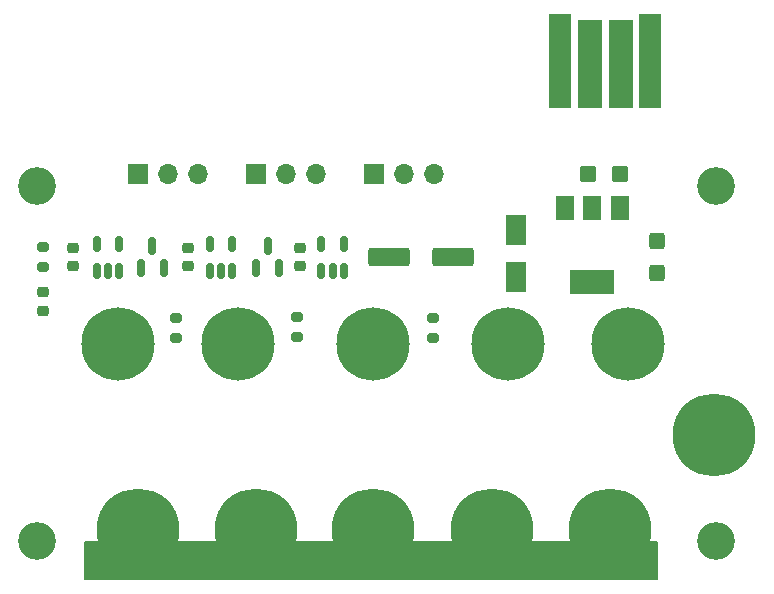
<source format=gts>
G04 #@! TF.GenerationSoftware,KiCad,Pcbnew,(6.0.5)*
G04 #@! TF.CreationDate,2022-06-23T18:32:15+02:00*
G04 #@! TF.ProjectId,microjuice,6d696372-6f6a-4756-9963-652e6b696361,rev?*
G04 #@! TF.SameCoordinates,Original*
G04 #@! TF.FileFunction,Soldermask,Top*
G04 #@! TF.FilePolarity,Negative*
%FSLAX46Y46*%
G04 Gerber Fmt 4.6, Leading zero omitted, Abs format (unit mm)*
G04 Created by KiCad (PCBNEW (6.0.5)) date 2022-06-23 18:32:15*
%MOMM*%
%LPD*%
G01*
G04 APERTURE LIST*
G04 Aperture macros list*
%AMRoundRect*
0 Rectangle with rounded corners*
0 $1 Rounding radius*
0 $2 $3 $4 $5 $6 $7 $8 $9 X,Y pos of 4 corners*
0 Add a 4 corners polygon primitive as box body*
4,1,4,$2,$3,$4,$5,$6,$7,$8,$9,$2,$3,0*
0 Add four circle primitives for the rounded corners*
1,1,$1+$1,$2,$3*
1,1,$1+$1,$4,$5*
1,1,$1+$1,$6,$7*
1,1,$1+$1,$8,$9*
0 Add four rect primitives between the rounded corners*
20,1,$1+$1,$2,$3,$4,$5,0*
20,1,$1+$1,$4,$5,$6,$7,0*
20,1,$1+$1,$6,$7,$8,$9,0*
20,1,$1+$1,$8,$9,$2,$3,0*%
G04 Aperture macros list end*
%ADD10C,0.150000*%
%ADD11RoundRect,0.200000X0.275000X-0.200000X0.275000X0.200000X-0.275000X0.200000X-0.275000X-0.200000X0*%
%ADD12RoundRect,0.150000X0.150000X-0.587500X0.150000X0.587500X-0.150000X0.587500X-0.150000X-0.587500X0*%
%ADD13C,7.000000*%
%ADD14RoundRect,0.150000X0.150000X-0.512500X0.150000X0.512500X-0.150000X0.512500X-0.150000X-0.512500X0*%
%ADD15RoundRect,0.250000X1.500000X0.550000X-1.500000X0.550000X-1.500000X-0.550000X1.500000X-0.550000X0*%
%ADD16R,1.800000X2.500000*%
%ADD17C,3.200000*%
%ADD18C,6.200000*%
%ADD19RoundRect,0.225000X0.250000X-0.225000X0.250000X0.225000X-0.250000X0.225000X-0.250000X-0.225000X0*%
%ADD20R,1.700000X1.700000*%
%ADD21O,1.700000X1.700000*%
%ADD22RoundRect,0.250000X0.425000X-0.450000X0.425000X0.450000X-0.425000X0.450000X-0.425000X-0.450000X0*%
%ADD23RoundRect,0.250000X-0.450000X-0.425000X0.450000X-0.425000X0.450000X0.425000X-0.450000X0.425000X0*%
%ADD24R,1.500000X2.000000*%
%ADD25R,3.800000X2.000000*%
%ADD26R,1.900000X8.000000*%
%ADD27R,2.000000X7.500000*%
%ADD28RoundRect,0.200000X-0.275000X0.200000X-0.275000X-0.200000X0.275000X-0.200000X0.275000X0.200000X0*%
%ADD29RoundRect,0.218750X0.256250X-0.218750X0.256250X0.218750X-0.256250X0.218750X-0.256250X-0.218750X0*%
G04 APERTURE END LIST*
D10*
X97500000Y-133650000D02*
X146000000Y-133650000D01*
X146000000Y-133650000D02*
X146000000Y-136750000D01*
X146000000Y-136750000D02*
X97500000Y-136750000D01*
X97500000Y-136750000D02*
X97500000Y-133650000D01*
G36*
X97500000Y-133650000D02*
G01*
X146000000Y-133650000D01*
X146000000Y-136750000D01*
X97500000Y-136750000D01*
X97500000Y-133650000D01*
G37*
D11*
G04 #@! TO.C,R2*
X115500000Y-116250000D03*
X115500000Y-114600000D03*
G04 #@! TD*
D12*
G04 #@! TO.C,D3*
X112050000Y-110437500D03*
X113950000Y-110437500D03*
X113000000Y-108562500D03*
G04 #@! TD*
D13*
G04 #@! TO.C,H6*
X150800000Y-124600000D03*
G04 #@! TD*
D14*
G04 #@! TO.C,U4*
X117550000Y-110637500D03*
X118500000Y-110637500D03*
X119450000Y-110637500D03*
X119450000Y-108362500D03*
X117550000Y-108362500D03*
G04 #@! TD*
D13*
G04 #@! TO.C,H10*
X132000000Y-132588000D03*
G04 #@! TD*
D15*
G04 #@! TO.C,C1*
X128700000Y-109500000D03*
X123300000Y-109500000D03*
G04 #@! TD*
D12*
G04 #@! TO.C,D2*
X102300000Y-110437500D03*
X104200000Y-110437500D03*
X103250000Y-108562500D03*
G04 #@! TD*
D16*
G04 #@! TO.C,D1*
X134000000Y-111200000D03*
X134000000Y-107200000D03*
G04 #@! TD*
D17*
G04 #@! TO.C,H12*
X151000000Y-133500000D03*
G04 #@! TD*
D18*
G04 #@! TO.C,H9*
X121920000Y-116840000D03*
G04 #@! TD*
D19*
G04 #@! TO.C,C4*
X96500000Y-110275000D03*
X96500000Y-108725000D03*
G04 #@! TD*
D17*
G04 #@! TO.C,H15*
X93500000Y-133500000D03*
G04 #@! TD*
D19*
G04 #@! TO.C,C5*
X115750000Y-110275000D03*
X115750000Y-108725000D03*
G04 #@! TD*
G04 #@! TO.C,C3*
X106250000Y-110275000D03*
X106250000Y-108725000D03*
G04 #@! TD*
D20*
G04 #@! TO.C,J5*
X122000000Y-102500000D03*
D21*
X124540000Y-102500000D03*
X127080000Y-102500000D03*
G04 #@! TD*
D22*
G04 #@! TO.C,C6*
X146000000Y-110850000D03*
X146000000Y-108150000D03*
G04 #@! TD*
D14*
G04 #@! TO.C,U3*
X108100000Y-110637500D03*
X109050000Y-110637500D03*
X110000000Y-110637500D03*
X110000000Y-108362500D03*
X108100000Y-108362500D03*
G04 #@! TD*
D23*
G04 #@! TO.C,C2*
X140150000Y-102500000D03*
X142850000Y-102500000D03*
G04 #@! TD*
D20*
G04 #@! TO.C,J4*
X112000000Y-102500000D03*
D21*
X114540000Y-102500000D03*
X117080000Y-102500000D03*
G04 #@! TD*
D11*
G04 #@! TO.C,R1*
X105250000Y-116325000D03*
X105250000Y-114675000D03*
G04 #@! TD*
D24*
G04 #@! TO.C,U1*
X142800000Y-105350000D03*
X140500000Y-105350000D03*
D25*
X140500000Y-111650000D03*
D24*
X138200000Y-105350000D03*
G04 #@! TD*
D17*
G04 #@! TO.C,H13*
X151000000Y-103500000D03*
G04 #@! TD*
D18*
G04 #@! TO.C,H7*
X100330000Y-116840000D03*
G04 #@! TD*
G04 #@! TO.C,H5*
X143510000Y-116840000D03*
G04 #@! TD*
D13*
G04 #@! TO.C,H2*
X112000000Y-132588000D03*
G04 #@! TD*
D14*
G04 #@! TO.C,U2*
X98550000Y-110637500D03*
X99500000Y-110637500D03*
X100450000Y-110637500D03*
X100450000Y-108362500D03*
X98550000Y-108362500D03*
G04 #@! TD*
D26*
G04 #@! TO.C,J1*
X137790000Y-92900000D03*
D27*
X140300000Y-93150000D03*
X142900000Y-93150000D03*
D26*
X145410000Y-92900000D03*
G04 #@! TD*
D28*
G04 #@! TO.C,R4*
X94000000Y-108675000D03*
X94000000Y-110325000D03*
G04 #@! TD*
D13*
G04 #@! TO.C,H11*
X142000000Y-132588000D03*
G04 #@! TD*
G04 #@! TO.C,H1*
X102000000Y-132588000D03*
G04 #@! TD*
D29*
G04 #@! TO.C,D4*
X94000000Y-114037500D03*
X94000000Y-112462500D03*
G04 #@! TD*
D20*
G04 #@! TO.C,J3*
X102000000Y-102500000D03*
D21*
X104540000Y-102500000D03*
X107080000Y-102500000D03*
G04 #@! TD*
D18*
G04 #@! TO.C,H8*
X110490000Y-116840000D03*
G04 #@! TD*
D11*
G04 #@! TO.C,R3*
X127000000Y-116325000D03*
X127000000Y-114675000D03*
G04 #@! TD*
D13*
G04 #@! TO.C,H3*
X121920000Y-132588000D03*
G04 #@! TD*
D17*
G04 #@! TO.C,H14*
X93500000Y-103500000D03*
G04 #@! TD*
D18*
G04 #@! TO.C,H4*
X133350000Y-116840000D03*
G04 #@! TD*
M02*

</source>
